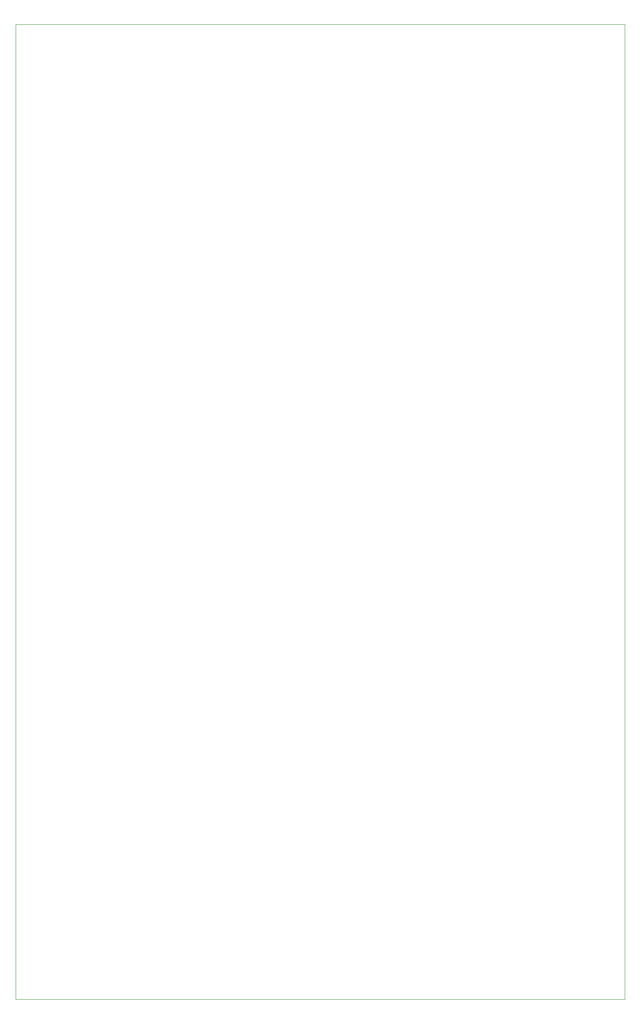
<source format=gbr>
%TF.GenerationSoftware,KiCad,Pcbnew,7.0.6-7.0.6~ubuntu20.04.1*%
%TF.CreationDate,2023-08-01T14:44:24+09:00*%
%TF.ProjectId,Veronte68BreakOut,5665726f-6e74-4653-9638-427265616b4f,V2.0*%
%TF.SameCoordinates,Original*%
%TF.FileFunction,Profile,NP*%
%FSLAX46Y46*%
G04 Gerber Fmt 4.6, Leading zero omitted, Abs format (unit mm)*
G04 Created by KiCad (PCBNEW 7.0.6-7.0.6~ubuntu20.04.1) date 2023-08-01 14:44:24*
%MOMM*%
%LPD*%
G01*
G04 APERTURE LIST*
%TA.AperFunction,Profile*%
%ADD10C,0.100000*%
%TD*%
G04 APERTURE END LIST*
D10*
X74000000Y-227000000D02*
X69000000Y-227000000D01*
X194000000Y-27000000D02*
X194000000Y-227000000D01*
X69000000Y-27000000D02*
X194000000Y-27000000D01*
X194000000Y-227000000D02*
X74000000Y-227000000D01*
X69000000Y-227000000D02*
X69000000Y-27000000D01*
M02*

</source>
